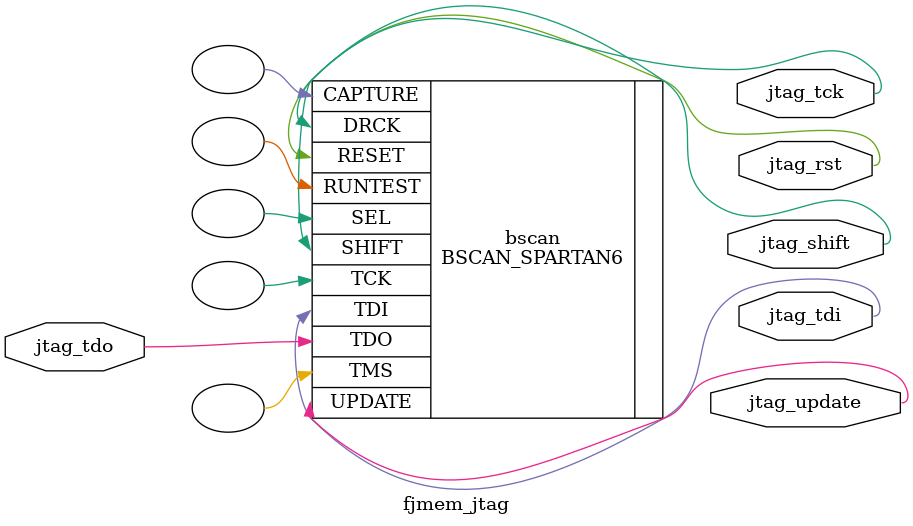
<source format=v>
/*
 * Milkymist VJ SoC fjmem flasher
 * Copyright (C) 2010 Michael Walle <michael@walle.cc>
 *
 * This program is free software: you can redistribute it and/or modify
 * it under the terms of the GNU General Public License as published by
 * the Free Software Foundation, version 3 of the License.
 *
 * This program is distributed in the hope that it will be useful,
 * but WITHOUT ANY WARRANTY; without even the implied warranty of
 * MERCHANTABILITY or FITNESS FOR A PARTICULAR PURPOSE.  See the
 * GNU General Public License for more details.
 *
 * You should have received a copy of the GNU General Public License
 * along with this program.  If not, see <http://www.gnu.org/licenses/>.
 *
 */

module fjmem_jtag (
	output jtag_tck,
	output jtag_rst,
	output jtag_update,
	output jtag_shift,
	output jtag_tdi,
	input jtag_tdo
);

BSCAN_SPARTAN6 #(
	.JTAG_CHAIN(1)
) bscan (
	.CAPTURE(),
	.DRCK(jtag_tck),
	.RESET(jtag_rst),
	.RUNTEST(),
	.SEL(),
	.SHIFT(jtag_shift),
	.TCK(),
	.TDI(jtag_tdi),
	.TMS(),
	.UPDATE(jtag_update),
	.TDO(jtag_tdo)
);

endmodule

</source>
